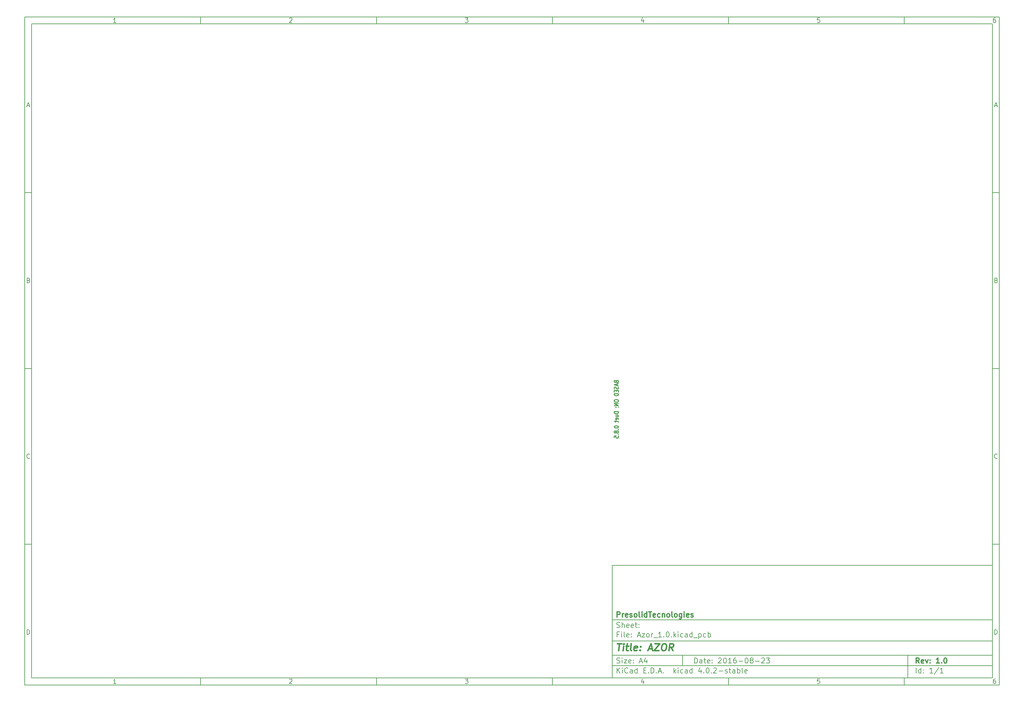
<source format=gbr>
G04 #@! TF.FileFunction,Legend,Bot*
%FSLAX46Y46*%
G04 Gerber Fmt 4.6, Leading zero omitted, Abs format (unit mm)*
G04 Created by KiCad (PCBNEW 4.0.2-stable) date 05/09/2016 12:27:47*
%MOMM*%
G01*
G04 APERTURE LIST*
%ADD10C,0.150000*%
%ADD11C,0.300000*%
%ADD12C,0.400000*%
%ADD13C,0.250000*%
G04 APERTURE END LIST*
D10*
X177002200Y-166007200D02*
X177002200Y-198007200D01*
X285002200Y-198007200D01*
X285002200Y-166007200D01*
X177002200Y-166007200D01*
X10000000Y-10000000D02*
X10000000Y-200007200D01*
X287002200Y-200007200D01*
X287002200Y-10000000D01*
X10000000Y-10000000D01*
X12000000Y-12000000D02*
X12000000Y-198007200D01*
X285002200Y-198007200D01*
X285002200Y-12000000D01*
X12000000Y-12000000D01*
X60000000Y-12000000D02*
X60000000Y-10000000D01*
X110000000Y-12000000D02*
X110000000Y-10000000D01*
X160000000Y-12000000D02*
X160000000Y-10000000D01*
X210000000Y-12000000D02*
X210000000Y-10000000D01*
X260000000Y-12000000D02*
X260000000Y-10000000D01*
X35990476Y-11588095D02*
X35247619Y-11588095D01*
X35619048Y-11588095D02*
X35619048Y-10288095D01*
X35495238Y-10473810D01*
X35371429Y-10597619D01*
X35247619Y-10659524D01*
X85247619Y-10411905D02*
X85309524Y-10350000D01*
X85433333Y-10288095D01*
X85742857Y-10288095D01*
X85866667Y-10350000D01*
X85928571Y-10411905D01*
X85990476Y-10535714D01*
X85990476Y-10659524D01*
X85928571Y-10845238D01*
X85185714Y-11588095D01*
X85990476Y-11588095D01*
X135185714Y-10288095D02*
X135990476Y-10288095D01*
X135557143Y-10783333D01*
X135742857Y-10783333D01*
X135866667Y-10845238D01*
X135928571Y-10907143D01*
X135990476Y-11030952D01*
X135990476Y-11340476D01*
X135928571Y-11464286D01*
X135866667Y-11526190D01*
X135742857Y-11588095D01*
X135371429Y-11588095D01*
X135247619Y-11526190D01*
X135185714Y-11464286D01*
X185866667Y-10721429D02*
X185866667Y-11588095D01*
X185557143Y-10226190D02*
X185247619Y-11154762D01*
X186052381Y-11154762D01*
X235928571Y-10288095D02*
X235309524Y-10288095D01*
X235247619Y-10907143D01*
X235309524Y-10845238D01*
X235433333Y-10783333D01*
X235742857Y-10783333D01*
X235866667Y-10845238D01*
X235928571Y-10907143D01*
X235990476Y-11030952D01*
X235990476Y-11340476D01*
X235928571Y-11464286D01*
X235866667Y-11526190D01*
X235742857Y-11588095D01*
X235433333Y-11588095D01*
X235309524Y-11526190D01*
X235247619Y-11464286D01*
X285866667Y-10288095D02*
X285619048Y-10288095D01*
X285495238Y-10350000D01*
X285433333Y-10411905D01*
X285309524Y-10597619D01*
X285247619Y-10845238D01*
X285247619Y-11340476D01*
X285309524Y-11464286D01*
X285371429Y-11526190D01*
X285495238Y-11588095D01*
X285742857Y-11588095D01*
X285866667Y-11526190D01*
X285928571Y-11464286D01*
X285990476Y-11340476D01*
X285990476Y-11030952D01*
X285928571Y-10907143D01*
X285866667Y-10845238D01*
X285742857Y-10783333D01*
X285495238Y-10783333D01*
X285371429Y-10845238D01*
X285309524Y-10907143D01*
X285247619Y-11030952D01*
X60000000Y-198007200D02*
X60000000Y-200007200D01*
X110000000Y-198007200D02*
X110000000Y-200007200D01*
X160000000Y-198007200D02*
X160000000Y-200007200D01*
X210000000Y-198007200D02*
X210000000Y-200007200D01*
X260000000Y-198007200D02*
X260000000Y-200007200D01*
X35990476Y-199595295D02*
X35247619Y-199595295D01*
X35619048Y-199595295D02*
X35619048Y-198295295D01*
X35495238Y-198481010D01*
X35371429Y-198604819D01*
X35247619Y-198666724D01*
X85247619Y-198419105D02*
X85309524Y-198357200D01*
X85433333Y-198295295D01*
X85742857Y-198295295D01*
X85866667Y-198357200D01*
X85928571Y-198419105D01*
X85990476Y-198542914D01*
X85990476Y-198666724D01*
X85928571Y-198852438D01*
X85185714Y-199595295D01*
X85990476Y-199595295D01*
X135185714Y-198295295D02*
X135990476Y-198295295D01*
X135557143Y-198790533D01*
X135742857Y-198790533D01*
X135866667Y-198852438D01*
X135928571Y-198914343D01*
X135990476Y-199038152D01*
X135990476Y-199347676D01*
X135928571Y-199471486D01*
X135866667Y-199533390D01*
X135742857Y-199595295D01*
X135371429Y-199595295D01*
X135247619Y-199533390D01*
X135185714Y-199471486D01*
X185866667Y-198728629D02*
X185866667Y-199595295D01*
X185557143Y-198233390D02*
X185247619Y-199161962D01*
X186052381Y-199161962D01*
X235928571Y-198295295D02*
X235309524Y-198295295D01*
X235247619Y-198914343D01*
X235309524Y-198852438D01*
X235433333Y-198790533D01*
X235742857Y-198790533D01*
X235866667Y-198852438D01*
X235928571Y-198914343D01*
X235990476Y-199038152D01*
X235990476Y-199347676D01*
X235928571Y-199471486D01*
X235866667Y-199533390D01*
X235742857Y-199595295D01*
X235433333Y-199595295D01*
X235309524Y-199533390D01*
X235247619Y-199471486D01*
X285866667Y-198295295D02*
X285619048Y-198295295D01*
X285495238Y-198357200D01*
X285433333Y-198419105D01*
X285309524Y-198604819D01*
X285247619Y-198852438D01*
X285247619Y-199347676D01*
X285309524Y-199471486D01*
X285371429Y-199533390D01*
X285495238Y-199595295D01*
X285742857Y-199595295D01*
X285866667Y-199533390D01*
X285928571Y-199471486D01*
X285990476Y-199347676D01*
X285990476Y-199038152D01*
X285928571Y-198914343D01*
X285866667Y-198852438D01*
X285742857Y-198790533D01*
X285495238Y-198790533D01*
X285371429Y-198852438D01*
X285309524Y-198914343D01*
X285247619Y-199038152D01*
X10000000Y-60000000D02*
X12000000Y-60000000D01*
X10000000Y-110000000D02*
X12000000Y-110000000D01*
X10000000Y-160000000D02*
X12000000Y-160000000D01*
X10690476Y-35216667D02*
X11309524Y-35216667D01*
X10566667Y-35588095D02*
X11000000Y-34288095D01*
X11433333Y-35588095D01*
X11092857Y-84907143D02*
X11278571Y-84969048D01*
X11340476Y-85030952D01*
X11402381Y-85154762D01*
X11402381Y-85340476D01*
X11340476Y-85464286D01*
X11278571Y-85526190D01*
X11154762Y-85588095D01*
X10659524Y-85588095D01*
X10659524Y-84288095D01*
X11092857Y-84288095D01*
X11216667Y-84350000D01*
X11278571Y-84411905D01*
X11340476Y-84535714D01*
X11340476Y-84659524D01*
X11278571Y-84783333D01*
X11216667Y-84845238D01*
X11092857Y-84907143D01*
X10659524Y-84907143D01*
X11402381Y-135464286D02*
X11340476Y-135526190D01*
X11154762Y-135588095D01*
X11030952Y-135588095D01*
X10845238Y-135526190D01*
X10721429Y-135402381D01*
X10659524Y-135278571D01*
X10597619Y-135030952D01*
X10597619Y-134845238D01*
X10659524Y-134597619D01*
X10721429Y-134473810D01*
X10845238Y-134350000D01*
X11030952Y-134288095D01*
X11154762Y-134288095D01*
X11340476Y-134350000D01*
X11402381Y-134411905D01*
X10659524Y-185588095D02*
X10659524Y-184288095D01*
X10969048Y-184288095D01*
X11154762Y-184350000D01*
X11278571Y-184473810D01*
X11340476Y-184597619D01*
X11402381Y-184845238D01*
X11402381Y-185030952D01*
X11340476Y-185278571D01*
X11278571Y-185402381D01*
X11154762Y-185526190D01*
X10969048Y-185588095D01*
X10659524Y-185588095D01*
X287002200Y-60000000D02*
X285002200Y-60000000D01*
X287002200Y-110000000D02*
X285002200Y-110000000D01*
X287002200Y-160000000D02*
X285002200Y-160000000D01*
X285692676Y-35216667D02*
X286311724Y-35216667D01*
X285568867Y-35588095D02*
X286002200Y-34288095D01*
X286435533Y-35588095D01*
X286095057Y-84907143D02*
X286280771Y-84969048D01*
X286342676Y-85030952D01*
X286404581Y-85154762D01*
X286404581Y-85340476D01*
X286342676Y-85464286D01*
X286280771Y-85526190D01*
X286156962Y-85588095D01*
X285661724Y-85588095D01*
X285661724Y-84288095D01*
X286095057Y-84288095D01*
X286218867Y-84350000D01*
X286280771Y-84411905D01*
X286342676Y-84535714D01*
X286342676Y-84659524D01*
X286280771Y-84783333D01*
X286218867Y-84845238D01*
X286095057Y-84907143D01*
X285661724Y-84907143D01*
X286404581Y-135464286D02*
X286342676Y-135526190D01*
X286156962Y-135588095D01*
X286033152Y-135588095D01*
X285847438Y-135526190D01*
X285723629Y-135402381D01*
X285661724Y-135278571D01*
X285599819Y-135030952D01*
X285599819Y-134845238D01*
X285661724Y-134597619D01*
X285723629Y-134473810D01*
X285847438Y-134350000D01*
X286033152Y-134288095D01*
X286156962Y-134288095D01*
X286342676Y-134350000D01*
X286404581Y-134411905D01*
X285661724Y-185588095D02*
X285661724Y-184288095D01*
X285971248Y-184288095D01*
X286156962Y-184350000D01*
X286280771Y-184473810D01*
X286342676Y-184597619D01*
X286404581Y-184845238D01*
X286404581Y-185030952D01*
X286342676Y-185278571D01*
X286280771Y-185402381D01*
X286156962Y-185526190D01*
X285971248Y-185588095D01*
X285661724Y-185588095D01*
X200359343Y-193785771D02*
X200359343Y-192285771D01*
X200716486Y-192285771D01*
X200930771Y-192357200D01*
X201073629Y-192500057D01*
X201145057Y-192642914D01*
X201216486Y-192928629D01*
X201216486Y-193142914D01*
X201145057Y-193428629D01*
X201073629Y-193571486D01*
X200930771Y-193714343D01*
X200716486Y-193785771D01*
X200359343Y-193785771D01*
X202502200Y-193785771D02*
X202502200Y-193000057D01*
X202430771Y-192857200D01*
X202287914Y-192785771D01*
X202002200Y-192785771D01*
X201859343Y-192857200D01*
X202502200Y-193714343D02*
X202359343Y-193785771D01*
X202002200Y-193785771D01*
X201859343Y-193714343D01*
X201787914Y-193571486D01*
X201787914Y-193428629D01*
X201859343Y-193285771D01*
X202002200Y-193214343D01*
X202359343Y-193214343D01*
X202502200Y-193142914D01*
X203002200Y-192785771D02*
X203573629Y-192785771D01*
X203216486Y-192285771D02*
X203216486Y-193571486D01*
X203287914Y-193714343D01*
X203430772Y-193785771D01*
X203573629Y-193785771D01*
X204645057Y-193714343D02*
X204502200Y-193785771D01*
X204216486Y-193785771D01*
X204073629Y-193714343D01*
X204002200Y-193571486D01*
X204002200Y-193000057D01*
X204073629Y-192857200D01*
X204216486Y-192785771D01*
X204502200Y-192785771D01*
X204645057Y-192857200D01*
X204716486Y-193000057D01*
X204716486Y-193142914D01*
X204002200Y-193285771D01*
X205359343Y-193642914D02*
X205430771Y-193714343D01*
X205359343Y-193785771D01*
X205287914Y-193714343D01*
X205359343Y-193642914D01*
X205359343Y-193785771D01*
X205359343Y-192857200D02*
X205430771Y-192928629D01*
X205359343Y-193000057D01*
X205287914Y-192928629D01*
X205359343Y-192857200D01*
X205359343Y-193000057D01*
X207145057Y-192428629D02*
X207216486Y-192357200D01*
X207359343Y-192285771D01*
X207716486Y-192285771D01*
X207859343Y-192357200D01*
X207930772Y-192428629D01*
X208002200Y-192571486D01*
X208002200Y-192714343D01*
X207930772Y-192928629D01*
X207073629Y-193785771D01*
X208002200Y-193785771D01*
X208930771Y-192285771D02*
X209073628Y-192285771D01*
X209216485Y-192357200D01*
X209287914Y-192428629D01*
X209359343Y-192571486D01*
X209430771Y-192857200D01*
X209430771Y-193214343D01*
X209359343Y-193500057D01*
X209287914Y-193642914D01*
X209216485Y-193714343D01*
X209073628Y-193785771D01*
X208930771Y-193785771D01*
X208787914Y-193714343D01*
X208716485Y-193642914D01*
X208645057Y-193500057D01*
X208573628Y-193214343D01*
X208573628Y-192857200D01*
X208645057Y-192571486D01*
X208716485Y-192428629D01*
X208787914Y-192357200D01*
X208930771Y-192285771D01*
X210859342Y-193785771D02*
X210002199Y-193785771D01*
X210430771Y-193785771D02*
X210430771Y-192285771D01*
X210287914Y-192500057D01*
X210145056Y-192642914D01*
X210002199Y-192714343D01*
X212145056Y-192285771D02*
X211859342Y-192285771D01*
X211716485Y-192357200D01*
X211645056Y-192428629D01*
X211502199Y-192642914D01*
X211430770Y-192928629D01*
X211430770Y-193500057D01*
X211502199Y-193642914D01*
X211573627Y-193714343D01*
X211716485Y-193785771D01*
X212002199Y-193785771D01*
X212145056Y-193714343D01*
X212216485Y-193642914D01*
X212287913Y-193500057D01*
X212287913Y-193142914D01*
X212216485Y-193000057D01*
X212145056Y-192928629D01*
X212002199Y-192857200D01*
X211716485Y-192857200D01*
X211573627Y-192928629D01*
X211502199Y-193000057D01*
X211430770Y-193142914D01*
X212930770Y-193214343D02*
X214073627Y-193214343D01*
X215073627Y-192285771D02*
X215216484Y-192285771D01*
X215359341Y-192357200D01*
X215430770Y-192428629D01*
X215502199Y-192571486D01*
X215573627Y-192857200D01*
X215573627Y-193214343D01*
X215502199Y-193500057D01*
X215430770Y-193642914D01*
X215359341Y-193714343D01*
X215216484Y-193785771D01*
X215073627Y-193785771D01*
X214930770Y-193714343D01*
X214859341Y-193642914D01*
X214787913Y-193500057D01*
X214716484Y-193214343D01*
X214716484Y-192857200D01*
X214787913Y-192571486D01*
X214859341Y-192428629D01*
X214930770Y-192357200D01*
X215073627Y-192285771D01*
X216430770Y-192928629D02*
X216287912Y-192857200D01*
X216216484Y-192785771D01*
X216145055Y-192642914D01*
X216145055Y-192571486D01*
X216216484Y-192428629D01*
X216287912Y-192357200D01*
X216430770Y-192285771D01*
X216716484Y-192285771D01*
X216859341Y-192357200D01*
X216930770Y-192428629D01*
X217002198Y-192571486D01*
X217002198Y-192642914D01*
X216930770Y-192785771D01*
X216859341Y-192857200D01*
X216716484Y-192928629D01*
X216430770Y-192928629D01*
X216287912Y-193000057D01*
X216216484Y-193071486D01*
X216145055Y-193214343D01*
X216145055Y-193500057D01*
X216216484Y-193642914D01*
X216287912Y-193714343D01*
X216430770Y-193785771D01*
X216716484Y-193785771D01*
X216859341Y-193714343D01*
X216930770Y-193642914D01*
X217002198Y-193500057D01*
X217002198Y-193214343D01*
X216930770Y-193071486D01*
X216859341Y-193000057D01*
X216716484Y-192928629D01*
X217645055Y-193214343D02*
X218787912Y-193214343D01*
X219430769Y-192428629D02*
X219502198Y-192357200D01*
X219645055Y-192285771D01*
X220002198Y-192285771D01*
X220145055Y-192357200D01*
X220216484Y-192428629D01*
X220287912Y-192571486D01*
X220287912Y-192714343D01*
X220216484Y-192928629D01*
X219359341Y-193785771D01*
X220287912Y-193785771D01*
X220787912Y-192285771D02*
X221716483Y-192285771D01*
X221216483Y-192857200D01*
X221430769Y-192857200D01*
X221573626Y-192928629D01*
X221645055Y-193000057D01*
X221716483Y-193142914D01*
X221716483Y-193500057D01*
X221645055Y-193642914D01*
X221573626Y-193714343D01*
X221430769Y-193785771D01*
X221002197Y-193785771D01*
X220859340Y-193714343D01*
X220787912Y-193642914D01*
X177002200Y-194507200D02*
X285002200Y-194507200D01*
X178359343Y-196585771D02*
X178359343Y-195085771D01*
X179216486Y-196585771D02*
X178573629Y-195728629D01*
X179216486Y-195085771D02*
X178359343Y-195942914D01*
X179859343Y-196585771D02*
X179859343Y-195585771D01*
X179859343Y-195085771D02*
X179787914Y-195157200D01*
X179859343Y-195228629D01*
X179930771Y-195157200D01*
X179859343Y-195085771D01*
X179859343Y-195228629D01*
X181430772Y-196442914D02*
X181359343Y-196514343D01*
X181145057Y-196585771D01*
X181002200Y-196585771D01*
X180787915Y-196514343D01*
X180645057Y-196371486D01*
X180573629Y-196228629D01*
X180502200Y-195942914D01*
X180502200Y-195728629D01*
X180573629Y-195442914D01*
X180645057Y-195300057D01*
X180787915Y-195157200D01*
X181002200Y-195085771D01*
X181145057Y-195085771D01*
X181359343Y-195157200D01*
X181430772Y-195228629D01*
X182716486Y-196585771D02*
X182716486Y-195800057D01*
X182645057Y-195657200D01*
X182502200Y-195585771D01*
X182216486Y-195585771D01*
X182073629Y-195657200D01*
X182716486Y-196514343D02*
X182573629Y-196585771D01*
X182216486Y-196585771D01*
X182073629Y-196514343D01*
X182002200Y-196371486D01*
X182002200Y-196228629D01*
X182073629Y-196085771D01*
X182216486Y-196014343D01*
X182573629Y-196014343D01*
X182716486Y-195942914D01*
X184073629Y-196585771D02*
X184073629Y-195085771D01*
X184073629Y-196514343D02*
X183930772Y-196585771D01*
X183645058Y-196585771D01*
X183502200Y-196514343D01*
X183430772Y-196442914D01*
X183359343Y-196300057D01*
X183359343Y-195871486D01*
X183430772Y-195728629D01*
X183502200Y-195657200D01*
X183645058Y-195585771D01*
X183930772Y-195585771D01*
X184073629Y-195657200D01*
X185930772Y-195800057D02*
X186430772Y-195800057D01*
X186645058Y-196585771D02*
X185930772Y-196585771D01*
X185930772Y-195085771D01*
X186645058Y-195085771D01*
X187287915Y-196442914D02*
X187359343Y-196514343D01*
X187287915Y-196585771D01*
X187216486Y-196514343D01*
X187287915Y-196442914D01*
X187287915Y-196585771D01*
X188002201Y-196585771D02*
X188002201Y-195085771D01*
X188359344Y-195085771D01*
X188573629Y-195157200D01*
X188716487Y-195300057D01*
X188787915Y-195442914D01*
X188859344Y-195728629D01*
X188859344Y-195942914D01*
X188787915Y-196228629D01*
X188716487Y-196371486D01*
X188573629Y-196514343D01*
X188359344Y-196585771D01*
X188002201Y-196585771D01*
X189502201Y-196442914D02*
X189573629Y-196514343D01*
X189502201Y-196585771D01*
X189430772Y-196514343D01*
X189502201Y-196442914D01*
X189502201Y-196585771D01*
X190145058Y-196157200D02*
X190859344Y-196157200D01*
X190002201Y-196585771D02*
X190502201Y-195085771D01*
X191002201Y-196585771D01*
X191502201Y-196442914D02*
X191573629Y-196514343D01*
X191502201Y-196585771D01*
X191430772Y-196514343D01*
X191502201Y-196442914D01*
X191502201Y-196585771D01*
X194502201Y-196585771D02*
X194502201Y-195085771D01*
X194645058Y-196014343D02*
X195073629Y-196585771D01*
X195073629Y-195585771D02*
X194502201Y-196157200D01*
X195716487Y-196585771D02*
X195716487Y-195585771D01*
X195716487Y-195085771D02*
X195645058Y-195157200D01*
X195716487Y-195228629D01*
X195787915Y-195157200D01*
X195716487Y-195085771D01*
X195716487Y-195228629D01*
X197073630Y-196514343D02*
X196930773Y-196585771D01*
X196645059Y-196585771D01*
X196502201Y-196514343D01*
X196430773Y-196442914D01*
X196359344Y-196300057D01*
X196359344Y-195871486D01*
X196430773Y-195728629D01*
X196502201Y-195657200D01*
X196645059Y-195585771D01*
X196930773Y-195585771D01*
X197073630Y-195657200D01*
X198359344Y-196585771D02*
X198359344Y-195800057D01*
X198287915Y-195657200D01*
X198145058Y-195585771D01*
X197859344Y-195585771D01*
X197716487Y-195657200D01*
X198359344Y-196514343D02*
X198216487Y-196585771D01*
X197859344Y-196585771D01*
X197716487Y-196514343D01*
X197645058Y-196371486D01*
X197645058Y-196228629D01*
X197716487Y-196085771D01*
X197859344Y-196014343D01*
X198216487Y-196014343D01*
X198359344Y-195942914D01*
X199716487Y-196585771D02*
X199716487Y-195085771D01*
X199716487Y-196514343D02*
X199573630Y-196585771D01*
X199287916Y-196585771D01*
X199145058Y-196514343D01*
X199073630Y-196442914D01*
X199002201Y-196300057D01*
X199002201Y-195871486D01*
X199073630Y-195728629D01*
X199145058Y-195657200D01*
X199287916Y-195585771D01*
X199573630Y-195585771D01*
X199716487Y-195657200D01*
X202216487Y-195585771D02*
X202216487Y-196585771D01*
X201859344Y-195014343D02*
X201502201Y-196085771D01*
X202430773Y-196085771D01*
X203002201Y-196442914D02*
X203073629Y-196514343D01*
X203002201Y-196585771D01*
X202930772Y-196514343D01*
X203002201Y-196442914D01*
X203002201Y-196585771D01*
X204002201Y-195085771D02*
X204145058Y-195085771D01*
X204287915Y-195157200D01*
X204359344Y-195228629D01*
X204430773Y-195371486D01*
X204502201Y-195657200D01*
X204502201Y-196014343D01*
X204430773Y-196300057D01*
X204359344Y-196442914D01*
X204287915Y-196514343D01*
X204145058Y-196585771D01*
X204002201Y-196585771D01*
X203859344Y-196514343D01*
X203787915Y-196442914D01*
X203716487Y-196300057D01*
X203645058Y-196014343D01*
X203645058Y-195657200D01*
X203716487Y-195371486D01*
X203787915Y-195228629D01*
X203859344Y-195157200D01*
X204002201Y-195085771D01*
X205145058Y-196442914D02*
X205216486Y-196514343D01*
X205145058Y-196585771D01*
X205073629Y-196514343D01*
X205145058Y-196442914D01*
X205145058Y-196585771D01*
X205787915Y-195228629D02*
X205859344Y-195157200D01*
X206002201Y-195085771D01*
X206359344Y-195085771D01*
X206502201Y-195157200D01*
X206573630Y-195228629D01*
X206645058Y-195371486D01*
X206645058Y-195514343D01*
X206573630Y-195728629D01*
X205716487Y-196585771D01*
X206645058Y-196585771D01*
X207287915Y-196014343D02*
X208430772Y-196014343D01*
X209073629Y-196514343D02*
X209216486Y-196585771D01*
X209502201Y-196585771D01*
X209645058Y-196514343D01*
X209716486Y-196371486D01*
X209716486Y-196300057D01*
X209645058Y-196157200D01*
X209502201Y-196085771D01*
X209287915Y-196085771D01*
X209145058Y-196014343D01*
X209073629Y-195871486D01*
X209073629Y-195800057D01*
X209145058Y-195657200D01*
X209287915Y-195585771D01*
X209502201Y-195585771D01*
X209645058Y-195657200D01*
X210145058Y-195585771D02*
X210716487Y-195585771D01*
X210359344Y-195085771D02*
X210359344Y-196371486D01*
X210430772Y-196514343D01*
X210573630Y-196585771D01*
X210716487Y-196585771D01*
X211859344Y-196585771D02*
X211859344Y-195800057D01*
X211787915Y-195657200D01*
X211645058Y-195585771D01*
X211359344Y-195585771D01*
X211216487Y-195657200D01*
X211859344Y-196514343D02*
X211716487Y-196585771D01*
X211359344Y-196585771D01*
X211216487Y-196514343D01*
X211145058Y-196371486D01*
X211145058Y-196228629D01*
X211216487Y-196085771D01*
X211359344Y-196014343D01*
X211716487Y-196014343D01*
X211859344Y-195942914D01*
X212573630Y-196585771D02*
X212573630Y-195085771D01*
X212573630Y-195657200D02*
X212716487Y-195585771D01*
X213002201Y-195585771D01*
X213145058Y-195657200D01*
X213216487Y-195728629D01*
X213287916Y-195871486D01*
X213287916Y-196300057D01*
X213216487Y-196442914D01*
X213145058Y-196514343D01*
X213002201Y-196585771D01*
X212716487Y-196585771D01*
X212573630Y-196514343D01*
X214145059Y-196585771D02*
X214002201Y-196514343D01*
X213930773Y-196371486D01*
X213930773Y-195085771D01*
X215287915Y-196514343D02*
X215145058Y-196585771D01*
X214859344Y-196585771D01*
X214716487Y-196514343D01*
X214645058Y-196371486D01*
X214645058Y-195800057D01*
X214716487Y-195657200D01*
X214859344Y-195585771D01*
X215145058Y-195585771D01*
X215287915Y-195657200D01*
X215359344Y-195800057D01*
X215359344Y-195942914D01*
X214645058Y-196085771D01*
X177002200Y-191507200D02*
X285002200Y-191507200D01*
D11*
X264216486Y-193785771D02*
X263716486Y-193071486D01*
X263359343Y-193785771D02*
X263359343Y-192285771D01*
X263930771Y-192285771D01*
X264073629Y-192357200D01*
X264145057Y-192428629D01*
X264216486Y-192571486D01*
X264216486Y-192785771D01*
X264145057Y-192928629D01*
X264073629Y-193000057D01*
X263930771Y-193071486D01*
X263359343Y-193071486D01*
X265430771Y-193714343D02*
X265287914Y-193785771D01*
X265002200Y-193785771D01*
X264859343Y-193714343D01*
X264787914Y-193571486D01*
X264787914Y-193000057D01*
X264859343Y-192857200D01*
X265002200Y-192785771D01*
X265287914Y-192785771D01*
X265430771Y-192857200D01*
X265502200Y-193000057D01*
X265502200Y-193142914D01*
X264787914Y-193285771D01*
X266002200Y-192785771D02*
X266359343Y-193785771D01*
X266716485Y-192785771D01*
X267287914Y-193642914D02*
X267359342Y-193714343D01*
X267287914Y-193785771D01*
X267216485Y-193714343D01*
X267287914Y-193642914D01*
X267287914Y-193785771D01*
X267287914Y-192857200D02*
X267359342Y-192928629D01*
X267287914Y-193000057D01*
X267216485Y-192928629D01*
X267287914Y-192857200D01*
X267287914Y-193000057D01*
X269930771Y-193785771D02*
X269073628Y-193785771D01*
X269502200Y-193785771D02*
X269502200Y-192285771D01*
X269359343Y-192500057D01*
X269216485Y-192642914D01*
X269073628Y-192714343D01*
X270573628Y-193642914D02*
X270645056Y-193714343D01*
X270573628Y-193785771D01*
X270502199Y-193714343D01*
X270573628Y-193642914D01*
X270573628Y-193785771D01*
X271573628Y-192285771D02*
X271716485Y-192285771D01*
X271859342Y-192357200D01*
X271930771Y-192428629D01*
X272002200Y-192571486D01*
X272073628Y-192857200D01*
X272073628Y-193214343D01*
X272002200Y-193500057D01*
X271930771Y-193642914D01*
X271859342Y-193714343D01*
X271716485Y-193785771D01*
X271573628Y-193785771D01*
X271430771Y-193714343D01*
X271359342Y-193642914D01*
X271287914Y-193500057D01*
X271216485Y-193214343D01*
X271216485Y-192857200D01*
X271287914Y-192571486D01*
X271359342Y-192428629D01*
X271430771Y-192357200D01*
X271573628Y-192285771D01*
D10*
X178287914Y-193714343D02*
X178502200Y-193785771D01*
X178859343Y-193785771D01*
X179002200Y-193714343D01*
X179073629Y-193642914D01*
X179145057Y-193500057D01*
X179145057Y-193357200D01*
X179073629Y-193214343D01*
X179002200Y-193142914D01*
X178859343Y-193071486D01*
X178573629Y-193000057D01*
X178430771Y-192928629D01*
X178359343Y-192857200D01*
X178287914Y-192714343D01*
X178287914Y-192571486D01*
X178359343Y-192428629D01*
X178430771Y-192357200D01*
X178573629Y-192285771D01*
X178930771Y-192285771D01*
X179145057Y-192357200D01*
X179787914Y-193785771D02*
X179787914Y-192785771D01*
X179787914Y-192285771D02*
X179716485Y-192357200D01*
X179787914Y-192428629D01*
X179859342Y-192357200D01*
X179787914Y-192285771D01*
X179787914Y-192428629D01*
X180359343Y-192785771D02*
X181145057Y-192785771D01*
X180359343Y-193785771D01*
X181145057Y-193785771D01*
X182287914Y-193714343D02*
X182145057Y-193785771D01*
X181859343Y-193785771D01*
X181716486Y-193714343D01*
X181645057Y-193571486D01*
X181645057Y-193000057D01*
X181716486Y-192857200D01*
X181859343Y-192785771D01*
X182145057Y-192785771D01*
X182287914Y-192857200D01*
X182359343Y-193000057D01*
X182359343Y-193142914D01*
X181645057Y-193285771D01*
X183002200Y-193642914D02*
X183073628Y-193714343D01*
X183002200Y-193785771D01*
X182930771Y-193714343D01*
X183002200Y-193642914D01*
X183002200Y-193785771D01*
X183002200Y-192857200D02*
X183073628Y-192928629D01*
X183002200Y-193000057D01*
X182930771Y-192928629D01*
X183002200Y-192857200D01*
X183002200Y-193000057D01*
X184787914Y-193357200D02*
X185502200Y-193357200D01*
X184645057Y-193785771D02*
X185145057Y-192285771D01*
X185645057Y-193785771D01*
X186787914Y-192785771D02*
X186787914Y-193785771D01*
X186430771Y-192214343D02*
X186073628Y-193285771D01*
X187002200Y-193285771D01*
X263359343Y-196585771D02*
X263359343Y-195085771D01*
X264716486Y-196585771D02*
X264716486Y-195085771D01*
X264716486Y-196514343D02*
X264573629Y-196585771D01*
X264287915Y-196585771D01*
X264145057Y-196514343D01*
X264073629Y-196442914D01*
X264002200Y-196300057D01*
X264002200Y-195871486D01*
X264073629Y-195728629D01*
X264145057Y-195657200D01*
X264287915Y-195585771D01*
X264573629Y-195585771D01*
X264716486Y-195657200D01*
X265430772Y-196442914D02*
X265502200Y-196514343D01*
X265430772Y-196585771D01*
X265359343Y-196514343D01*
X265430772Y-196442914D01*
X265430772Y-196585771D01*
X265430772Y-195657200D02*
X265502200Y-195728629D01*
X265430772Y-195800057D01*
X265359343Y-195728629D01*
X265430772Y-195657200D01*
X265430772Y-195800057D01*
X268073629Y-196585771D02*
X267216486Y-196585771D01*
X267645058Y-196585771D02*
X267645058Y-195085771D01*
X267502201Y-195300057D01*
X267359343Y-195442914D01*
X267216486Y-195514343D01*
X269787914Y-195014343D02*
X268502200Y-196942914D01*
X271073629Y-196585771D02*
X270216486Y-196585771D01*
X270645058Y-196585771D02*
X270645058Y-195085771D01*
X270502201Y-195300057D01*
X270359343Y-195442914D01*
X270216486Y-195514343D01*
X177002200Y-187507200D02*
X285002200Y-187507200D01*
D12*
X178454581Y-188211962D02*
X179597438Y-188211962D01*
X178776010Y-190211962D02*
X179026010Y-188211962D01*
X180014105Y-190211962D02*
X180180771Y-188878629D01*
X180264105Y-188211962D02*
X180156962Y-188307200D01*
X180240295Y-188402438D01*
X180347439Y-188307200D01*
X180264105Y-188211962D01*
X180240295Y-188402438D01*
X180847438Y-188878629D02*
X181609343Y-188878629D01*
X181216486Y-188211962D02*
X181002200Y-189926248D01*
X181073630Y-190116724D01*
X181252201Y-190211962D01*
X181442677Y-190211962D01*
X182395058Y-190211962D02*
X182216487Y-190116724D01*
X182145057Y-189926248D01*
X182359343Y-188211962D01*
X183930772Y-190116724D02*
X183728391Y-190211962D01*
X183347439Y-190211962D01*
X183168867Y-190116724D01*
X183097438Y-189926248D01*
X183192676Y-189164343D01*
X183311724Y-188973867D01*
X183514105Y-188878629D01*
X183895057Y-188878629D01*
X184073629Y-188973867D01*
X184145057Y-189164343D01*
X184121248Y-189354819D01*
X183145057Y-189545295D01*
X184895057Y-190021486D02*
X184978392Y-190116724D01*
X184871248Y-190211962D01*
X184787915Y-190116724D01*
X184895057Y-190021486D01*
X184871248Y-190211962D01*
X185026010Y-188973867D02*
X185109344Y-189069105D01*
X185002200Y-189164343D01*
X184918867Y-189069105D01*
X185026010Y-188973867D01*
X185002200Y-189164343D01*
X187323629Y-189640533D02*
X188276010Y-189640533D01*
X187061725Y-190211962D02*
X187978392Y-188211962D01*
X188395059Y-190211962D01*
X189121249Y-188211962D02*
X190454583Y-188211962D01*
X188871249Y-190211962D01*
X190204583Y-190211962D01*
X191597440Y-188211962D02*
X191978392Y-188211962D01*
X192156963Y-188307200D01*
X192323631Y-188497676D01*
X192371249Y-188878629D01*
X192287916Y-189545295D01*
X192145059Y-189926248D01*
X191930773Y-190116724D01*
X191728392Y-190211962D01*
X191347440Y-190211962D01*
X191168869Y-190116724D01*
X191002201Y-189926248D01*
X190954582Y-189545295D01*
X191037915Y-188878629D01*
X191180773Y-188497676D01*
X191395059Y-188307200D01*
X191597440Y-188211962D01*
X194204583Y-190211962D02*
X193656963Y-189259581D01*
X193061725Y-190211962D02*
X193311725Y-188211962D01*
X194073630Y-188211962D01*
X194252201Y-188307200D01*
X194335535Y-188402438D01*
X194406964Y-188592914D01*
X194371249Y-188878629D01*
X194252202Y-189069105D01*
X194145058Y-189164343D01*
X193942677Y-189259581D01*
X193180772Y-189259581D01*
D10*
X178859343Y-185600057D02*
X178359343Y-185600057D01*
X178359343Y-186385771D02*
X178359343Y-184885771D01*
X179073629Y-184885771D01*
X179645057Y-186385771D02*
X179645057Y-185385771D01*
X179645057Y-184885771D02*
X179573628Y-184957200D01*
X179645057Y-185028629D01*
X179716485Y-184957200D01*
X179645057Y-184885771D01*
X179645057Y-185028629D01*
X180573629Y-186385771D02*
X180430771Y-186314343D01*
X180359343Y-186171486D01*
X180359343Y-184885771D01*
X181716485Y-186314343D02*
X181573628Y-186385771D01*
X181287914Y-186385771D01*
X181145057Y-186314343D01*
X181073628Y-186171486D01*
X181073628Y-185600057D01*
X181145057Y-185457200D01*
X181287914Y-185385771D01*
X181573628Y-185385771D01*
X181716485Y-185457200D01*
X181787914Y-185600057D01*
X181787914Y-185742914D01*
X181073628Y-185885771D01*
X182430771Y-186242914D02*
X182502199Y-186314343D01*
X182430771Y-186385771D01*
X182359342Y-186314343D01*
X182430771Y-186242914D01*
X182430771Y-186385771D01*
X182430771Y-185457200D02*
X182502199Y-185528629D01*
X182430771Y-185600057D01*
X182359342Y-185528629D01*
X182430771Y-185457200D01*
X182430771Y-185600057D01*
X184216485Y-185957200D02*
X184930771Y-185957200D01*
X184073628Y-186385771D02*
X184573628Y-184885771D01*
X185073628Y-186385771D01*
X185430771Y-185385771D02*
X186216485Y-185385771D01*
X185430771Y-186385771D01*
X186216485Y-186385771D01*
X187002200Y-186385771D02*
X186859342Y-186314343D01*
X186787914Y-186242914D01*
X186716485Y-186100057D01*
X186716485Y-185671486D01*
X186787914Y-185528629D01*
X186859342Y-185457200D01*
X187002200Y-185385771D01*
X187216485Y-185385771D01*
X187359342Y-185457200D01*
X187430771Y-185528629D01*
X187502200Y-185671486D01*
X187502200Y-186100057D01*
X187430771Y-186242914D01*
X187359342Y-186314343D01*
X187216485Y-186385771D01*
X187002200Y-186385771D01*
X188145057Y-186385771D02*
X188145057Y-185385771D01*
X188145057Y-185671486D02*
X188216485Y-185528629D01*
X188287914Y-185457200D01*
X188430771Y-185385771D01*
X188573628Y-185385771D01*
X188716485Y-186528629D02*
X189859342Y-186528629D01*
X191002199Y-186385771D02*
X190145056Y-186385771D01*
X190573628Y-186385771D02*
X190573628Y-184885771D01*
X190430771Y-185100057D01*
X190287913Y-185242914D01*
X190145056Y-185314343D01*
X191645056Y-186242914D02*
X191716484Y-186314343D01*
X191645056Y-186385771D01*
X191573627Y-186314343D01*
X191645056Y-186242914D01*
X191645056Y-186385771D01*
X192645056Y-184885771D02*
X192787913Y-184885771D01*
X192930770Y-184957200D01*
X193002199Y-185028629D01*
X193073628Y-185171486D01*
X193145056Y-185457200D01*
X193145056Y-185814343D01*
X193073628Y-186100057D01*
X193002199Y-186242914D01*
X192930770Y-186314343D01*
X192787913Y-186385771D01*
X192645056Y-186385771D01*
X192502199Y-186314343D01*
X192430770Y-186242914D01*
X192359342Y-186100057D01*
X192287913Y-185814343D01*
X192287913Y-185457200D01*
X192359342Y-185171486D01*
X192430770Y-185028629D01*
X192502199Y-184957200D01*
X192645056Y-184885771D01*
X193787913Y-186242914D02*
X193859341Y-186314343D01*
X193787913Y-186385771D01*
X193716484Y-186314343D01*
X193787913Y-186242914D01*
X193787913Y-186385771D01*
X194502199Y-186385771D02*
X194502199Y-184885771D01*
X194645056Y-185814343D02*
X195073627Y-186385771D01*
X195073627Y-185385771D02*
X194502199Y-185957200D01*
X195716485Y-186385771D02*
X195716485Y-185385771D01*
X195716485Y-184885771D02*
X195645056Y-184957200D01*
X195716485Y-185028629D01*
X195787913Y-184957200D01*
X195716485Y-184885771D01*
X195716485Y-185028629D01*
X197073628Y-186314343D02*
X196930771Y-186385771D01*
X196645057Y-186385771D01*
X196502199Y-186314343D01*
X196430771Y-186242914D01*
X196359342Y-186100057D01*
X196359342Y-185671486D01*
X196430771Y-185528629D01*
X196502199Y-185457200D01*
X196645057Y-185385771D01*
X196930771Y-185385771D01*
X197073628Y-185457200D01*
X198359342Y-186385771D02*
X198359342Y-185600057D01*
X198287913Y-185457200D01*
X198145056Y-185385771D01*
X197859342Y-185385771D01*
X197716485Y-185457200D01*
X198359342Y-186314343D02*
X198216485Y-186385771D01*
X197859342Y-186385771D01*
X197716485Y-186314343D01*
X197645056Y-186171486D01*
X197645056Y-186028629D01*
X197716485Y-185885771D01*
X197859342Y-185814343D01*
X198216485Y-185814343D01*
X198359342Y-185742914D01*
X199716485Y-186385771D02*
X199716485Y-184885771D01*
X199716485Y-186314343D02*
X199573628Y-186385771D01*
X199287914Y-186385771D01*
X199145056Y-186314343D01*
X199073628Y-186242914D01*
X199002199Y-186100057D01*
X199002199Y-185671486D01*
X199073628Y-185528629D01*
X199145056Y-185457200D01*
X199287914Y-185385771D01*
X199573628Y-185385771D01*
X199716485Y-185457200D01*
X200073628Y-186528629D02*
X201216485Y-186528629D01*
X201573628Y-185385771D02*
X201573628Y-186885771D01*
X201573628Y-185457200D02*
X201716485Y-185385771D01*
X202002199Y-185385771D01*
X202145056Y-185457200D01*
X202216485Y-185528629D01*
X202287914Y-185671486D01*
X202287914Y-186100057D01*
X202216485Y-186242914D01*
X202145056Y-186314343D01*
X202002199Y-186385771D01*
X201716485Y-186385771D01*
X201573628Y-186314343D01*
X203573628Y-186314343D02*
X203430771Y-186385771D01*
X203145057Y-186385771D01*
X203002199Y-186314343D01*
X202930771Y-186242914D01*
X202859342Y-186100057D01*
X202859342Y-185671486D01*
X202930771Y-185528629D01*
X203002199Y-185457200D01*
X203145057Y-185385771D01*
X203430771Y-185385771D01*
X203573628Y-185457200D01*
X204216485Y-186385771D02*
X204216485Y-184885771D01*
X204216485Y-185457200D02*
X204359342Y-185385771D01*
X204645056Y-185385771D01*
X204787913Y-185457200D01*
X204859342Y-185528629D01*
X204930771Y-185671486D01*
X204930771Y-186100057D01*
X204859342Y-186242914D01*
X204787913Y-186314343D01*
X204645056Y-186385771D01*
X204359342Y-186385771D01*
X204216485Y-186314343D01*
X177002200Y-181507200D02*
X285002200Y-181507200D01*
X178287914Y-183614343D02*
X178502200Y-183685771D01*
X178859343Y-183685771D01*
X179002200Y-183614343D01*
X179073629Y-183542914D01*
X179145057Y-183400057D01*
X179145057Y-183257200D01*
X179073629Y-183114343D01*
X179002200Y-183042914D01*
X178859343Y-182971486D01*
X178573629Y-182900057D01*
X178430771Y-182828629D01*
X178359343Y-182757200D01*
X178287914Y-182614343D01*
X178287914Y-182471486D01*
X178359343Y-182328629D01*
X178430771Y-182257200D01*
X178573629Y-182185771D01*
X178930771Y-182185771D01*
X179145057Y-182257200D01*
X179787914Y-183685771D02*
X179787914Y-182185771D01*
X180430771Y-183685771D02*
X180430771Y-182900057D01*
X180359342Y-182757200D01*
X180216485Y-182685771D01*
X180002200Y-182685771D01*
X179859342Y-182757200D01*
X179787914Y-182828629D01*
X181716485Y-183614343D02*
X181573628Y-183685771D01*
X181287914Y-183685771D01*
X181145057Y-183614343D01*
X181073628Y-183471486D01*
X181073628Y-182900057D01*
X181145057Y-182757200D01*
X181287914Y-182685771D01*
X181573628Y-182685771D01*
X181716485Y-182757200D01*
X181787914Y-182900057D01*
X181787914Y-183042914D01*
X181073628Y-183185771D01*
X183002199Y-183614343D02*
X182859342Y-183685771D01*
X182573628Y-183685771D01*
X182430771Y-183614343D01*
X182359342Y-183471486D01*
X182359342Y-182900057D01*
X182430771Y-182757200D01*
X182573628Y-182685771D01*
X182859342Y-182685771D01*
X183002199Y-182757200D01*
X183073628Y-182900057D01*
X183073628Y-183042914D01*
X182359342Y-183185771D01*
X183502199Y-182685771D02*
X184073628Y-182685771D01*
X183716485Y-182185771D02*
X183716485Y-183471486D01*
X183787913Y-183614343D01*
X183930771Y-183685771D01*
X184073628Y-183685771D01*
X184573628Y-183542914D02*
X184645056Y-183614343D01*
X184573628Y-183685771D01*
X184502199Y-183614343D01*
X184573628Y-183542914D01*
X184573628Y-183685771D01*
X184573628Y-182757200D02*
X184645056Y-182828629D01*
X184573628Y-182900057D01*
X184502199Y-182828629D01*
X184573628Y-182757200D01*
X184573628Y-182900057D01*
D11*
X178359343Y-180685771D02*
X178359343Y-179185771D01*
X178930771Y-179185771D01*
X179073629Y-179257200D01*
X179145057Y-179328629D01*
X179216486Y-179471486D01*
X179216486Y-179685771D01*
X179145057Y-179828629D01*
X179073629Y-179900057D01*
X178930771Y-179971486D01*
X178359343Y-179971486D01*
X179859343Y-180685771D02*
X179859343Y-179685771D01*
X179859343Y-179971486D02*
X179930771Y-179828629D01*
X180002200Y-179757200D01*
X180145057Y-179685771D01*
X180287914Y-179685771D01*
X181359342Y-180614343D02*
X181216485Y-180685771D01*
X180930771Y-180685771D01*
X180787914Y-180614343D01*
X180716485Y-180471486D01*
X180716485Y-179900057D01*
X180787914Y-179757200D01*
X180930771Y-179685771D01*
X181216485Y-179685771D01*
X181359342Y-179757200D01*
X181430771Y-179900057D01*
X181430771Y-180042914D01*
X180716485Y-180185771D01*
X182002199Y-180614343D02*
X182145056Y-180685771D01*
X182430771Y-180685771D01*
X182573628Y-180614343D01*
X182645056Y-180471486D01*
X182645056Y-180400057D01*
X182573628Y-180257200D01*
X182430771Y-180185771D01*
X182216485Y-180185771D01*
X182073628Y-180114343D01*
X182002199Y-179971486D01*
X182002199Y-179900057D01*
X182073628Y-179757200D01*
X182216485Y-179685771D01*
X182430771Y-179685771D01*
X182573628Y-179757200D01*
X183502200Y-180685771D02*
X183359342Y-180614343D01*
X183287914Y-180542914D01*
X183216485Y-180400057D01*
X183216485Y-179971486D01*
X183287914Y-179828629D01*
X183359342Y-179757200D01*
X183502200Y-179685771D01*
X183716485Y-179685771D01*
X183859342Y-179757200D01*
X183930771Y-179828629D01*
X184002200Y-179971486D01*
X184002200Y-180400057D01*
X183930771Y-180542914D01*
X183859342Y-180614343D01*
X183716485Y-180685771D01*
X183502200Y-180685771D01*
X184859343Y-180685771D02*
X184716485Y-180614343D01*
X184645057Y-180471486D01*
X184645057Y-179185771D01*
X185430771Y-180685771D02*
X185430771Y-179685771D01*
X185430771Y-179185771D02*
X185359342Y-179257200D01*
X185430771Y-179328629D01*
X185502199Y-179257200D01*
X185430771Y-179185771D01*
X185430771Y-179328629D01*
X186787914Y-180685771D02*
X186787914Y-179185771D01*
X186787914Y-180614343D02*
X186645057Y-180685771D01*
X186359343Y-180685771D01*
X186216485Y-180614343D01*
X186145057Y-180542914D01*
X186073628Y-180400057D01*
X186073628Y-179971486D01*
X186145057Y-179828629D01*
X186216485Y-179757200D01*
X186359343Y-179685771D01*
X186645057Y-179685771D01*
X186787914Y-179757200D01*
X187287914Y-179185771D02*
X188145057Y-179185771D01*
X187716486Y-180685771D02*
X187716486Y-179185771D01*
X189216485Y-180614343D02*
X189073628Y-180685771D01*
X188787914Y-180685771D01*
X188645057Y-180614343D01*
X188573628Y-180471486D01*
X188573628Y-179900057D01*
X188645057Y-179757200D01*
X188787914Y-179685771D01*
X189073628Y-179685771D01*
X189216485Y-179757200D01*
X189287914Y-179900057D01*
X189287914Y-180042914D01*
X188573628Y-180185771D01*
X190573628Y-180614343D02*
X190430771Y-180685771D01*
X190145057Y-180685771D01*
X190002199Y-180614343D01*
X189930771Y-180542914D01*
X189859342Y-180400057D01*
X189859342Y-179971486D01*
X189930771Y-179828629D01*
X190002199Y-179757200D01*
X190145057Y-179685771D01*
X190430771Y-179685771D01*
X190573628Y-179757200D01*
X191216485Y-179685771D02*
X191216485Y-180685771D01*
X191216485Y-179828629D02*
X191287913Y-179757200D01*
X191430771Y-179685771D01*
X191645056Y-179685771D01*
X191787913Y-179757200D01*
X191859342Y-179900057D01*
X191859342Y-180685771D01*
X192787914Y-180685771D02*
X192645056Y-180614343D01*
X192573628Y-180542914D01*
X192502199Y-180400057D01*
X192502199Y-179971486D01*
X192573628Y-179828629D01*
X192645056Y-179757200D01*
X192787914Y-179685771D01*
X193002199Y-179685771D01*
X193145056Y-179757200D01*
X193216485Y-179828629D01*
X193287914Y-179971486D01*
X193287914Y-180400057D01*
X193216485Y-180542914D01*
X193145056Y-180614343D01*
X193002199Y-180685771D01*
X192787914Y-180685771D01*
X194145057Y-180685771D02*
X194002199Y-180614343D01*
X193930771Y-180471486D01*
X193930771Y-179185771D01*
X194930771Y-180685771D02*
X194787913Y-180614343D01*
X194716485Y-180542914D01*
X194645056Y-180400057D01*
X194645056Y-179971486D01*
X194716485Y-179828629D01*
X194787913Y-179757200D01*
X194930771Y-179685771D01*
X195145056Y-179685771D01*
X195287913Y-179757200D01*
X195359342Y-179828629D01*
X195430771Y-179971486D01*
X195430771Y-180400057D01*
X195359342Y-180542914D01*
X195287913Y-180614343D01*
X195145056Y-180685771D01*
X194930771Y-180685771D01*
X196716485Y-179685771D02*
X196716485Y-180900057D01*
X196645056Y-181042914D01*
X196573628Y-181114343D01*
X196430771Y-181185771D01*
X196216485Y-181185771D01*
X196073628Y-181114343D01*
X196716485Y-180614343D02*
X196573628Y-180685771D01*
X196287914Y-180685771D01*
X196145056Y-180614343D01*
X196073628Y-180542914D01*
X196002199Y-180400057D01*
X196002199Y-179971486D01*
X196073628Y-179828629D01*
X196145056Y-179757200D01*
X196287914Y-179685771D01*
X196573628Y-179685771D01*
X196716485Y-179757200D01*
X197430771Y-180685771D02*
X197430771Y-179685771D01*
X197430771Y-179185771D02*
X197359342Y-179257200D01*
X197430771Y-179328629D01*
X197502199Y-179257200D01*
X197430771Y-179185771D01*
X197430771Y-179328629D01*
X198716485Y-180614343D02*
X198573628Y-180685771D01*
X198287914Y-180685771D01*
X198145057Y-180614343D01*
X198073628Y-180471486D01*
X198073628Y-179900057D01*
X198145057Y-179757200D01*
X198287914Y-179685771D01*
X198573628Y-179685771D01*
X198716485Y-179757200D01*
X198787914Y-179900057D01*
X198787914Y-180042914D01*
X198073628Y-180185771D01*
X199359342Y-180614343D02*
X199502199Y-180685771D01*
X199787914Y-180685771D01*
X199930771Y-180614343D01*
X200002199Y-180471486D01*
X200002199Y-180400057D01*
X199930771Y-180257200D01*
X199787914Y-180185771D01*
X199573628Y-180185771D01*
X199430771Y-180114343D01*
X199359342Y-179971486D01*
X199359342Y-179900057D01*
X199430771Y-179757200D01*
X199573628Y-179685771D01*
X199787914Y-179685771D01*
X199930771Y-179757200D01*
D10*
X197002200Y-191507200D02*
X197002200Y-194507200D01*
X261002200Y-191507200D02*
X261002200Y-198007200D01*
D13*
X178071429Y-113754286D02*
X178130476Y-113897143D01*
X178189524Y-113944762D01*
X178307619Y-113992381D01*
X178484762Y-113992381D01*
X178602857Y-113944762D01*
X178661905Y-113897143D01*
X178720952Y-113801905D01*
X178720952Y-113420952D01*
X177480952Y-113420952D01*
X177480952Y-113754286D01*
X177540000Y-113849524D01*
X177599048Y-113897143D01*
X177717143Y-113944762D01*
X177835238Y-113944762D01*
X177953333Y-113897143D01*
X178012381Y-113849524D01*
X178071429Y-113754286D01*
X178071429Y-113420952D01*
X178366667Y-114373333D02*
X178366667Y-114849524D01*
X178720952Y-114278095D02*
X177480952Y-114611428D01*
X178720952Y-114944762D01*
X178661905Y-115230476D02*
X178720952Y-115373333D01*
X178720952Y-115611429D01*
X178661905Y-115706667D01*
X178602857Y-115754286D01*
X178484762Y-115801905D01*
X178366667Y-115801905D01*
X178248571Y-115754286D01*
X178189524Y-115706667D01*
X178130476Y-115611429D01*
X178071429Y-115420952D01*
X178012381Y-115325714D01*
X177953333Y-115278095D01*
X177835238Y-115230476D01*
X177717143Y-115230476D01*
X177599048Y-115278095D01*
X177540000Y-115325714D01*
X177480952Y-115420952D01*
X177480952Y-115659048D01*
X177540000Y-115801905D01*
X178071429Y-116230476D02*
X178071429Y-116563810D01*
X178720952Y-116706667D02*
X178720952Y-116230476D01*
X177480952Y-116230476D01*
X177480952Y-116706667D01*
X178720952Y-117135238D02*
X177480952Y-117135238D01*
X177480952Y-117373333D01*
X177540000Y-117516191D01*
X177658095Y-117611429D01*
X177776190Y-117659048D01*
X178012381Y-117706667D01*
X178189524Y-117706667D01*
X178425714Y-117659048D01*
X178543810Y-117611429D01*
X178661905Y-117516191D01*
X178720952Y-117373333D01*
X178720952Y-117135238D01*
X177480952Y-119087619D02*
X177480952Y-119278096D01*
X177540000Y-119373334D01*
X177658095Y-119468572D01*
X177894286Y-119516191D01*
X178307619Y-119516191D01*
X178543810Y-119468572D01*
X178661905Y-119373334D01*
X178720952Y-119278096D01*
X178720952Y-119087619D01*
X178661905Y-118992381D01*
X178543810Y-118897143D01*
X178307619Y-118849524D01*
X177894286Y-118849524D01*
X177658095Y-118897143D01*
X177540000Y-118992381D01*
X177480952Y-119087619D01*
X178720952Y-119944762D02*
X177480952Y-119944762D01*
X178720952Y-120516191D01*
X177480952Y-120516191D01*
X178602857Y-120992381D02*
X178661905Y-121040000D01*
X178720952Y-120992381D01*
X178661905Y-120944762D01*
X178602857Y-120992381D01*
X178720952Y-120992381D01*
X177953333Y-120992381D02*
X178012381Y-121040000D01*
X178071429Y-120992381D01*
X178012381Y-120944762D01*
X177953333Y-120992381D01*
X178071429Y-120992381D01*
X178720952Y-122230476D02*
X177480952Y-122230476D01*
X177480952Y-122468571D01*
X177540000Y-122611429D01*
X177658095Y-122706667D01*
X177776190Y-122754286D01*
X178012381Y-122801905D01*
X178189524Y-122801905D01*
X178425714Y-122754286D01*
X178543810Y-122706667D01*
X178661905Y-122611429D01*
X178720952Y-122468571D01*
X178720952Y-122230476D01*
X177894286Y-123659048D02*
X178720952Y-123659048D01*
X177894286Y-123230476D02*
X178543810Y-123230476D01*
X178661905Y-123278095D01*
X178720952Y-123373333D01*
X178720952Y-123516191D01*
X178661905Y-123611429D01*
X178602857Y-123659048D01*
X178661905Y-124516191D02*
X178720952Y-124420953D01*
X178720952Y-124230476D01*
X178661905Y-124135238D01*
X178543810Y-124087619D01*
X178071429Y-124087619D01*
X177953333Y-124135238D01*
X177894286Y-124230476D01*
X177894286Y-124420953D01*
X177953333Y-124516191D01*
X178071429Y-124563810D01*
X178189524Y-124563810D01*
X178307619Y-124087619D01*
X177894286Y-124849524D02*
X177894286Y-125230476D01*
X177480952Y-124992381D02*
X178543810Y-124992381D01*
X178661905Y-125040000D01*
X178720952Y-125135238D01*
X178720952Y-125230476D01*
X177480952Y-126516191D02*
X177480952Y-126611430D01*
X177540000Y-126706668D01*
X177599048Y-126754287D01*
X177717143Y-126801906D01*
X177953333Y-126849525D01*
X178248571Y-126849525D01*
X178484762Y-126801906D01*
X178602857Y-126754287D01*
X178661905Y-126706668D01*
X178720952Y-126611430D01*
X178720952Y-126516191D01*
X178661905Y-126420953D01*
X178602857Y-126373334D01*
X178484762Y-126325715D01*
X178248571Y-126278096D01*
X177953333Y-126278096D01*
X177717143Y-126325715D01*
X177599048Y-126373334D01*
X177540000Y-126420953D01*
X177480952Y-126516191D01*
X178602857Y-127278096D02*
X178661905Y-127325715D01*
X178720952Y-127278096D01*
X178661905Y-127230477D01*
X178602857Y-127278096D01*
X178720952Y-127278096D01*
X178012381Y-127897143D02*
X177953333Y-127801905D01*
X177894286Y-127754286D01*
X177776190Y-127706667D01*
X177717143Y-127706667D01*
X177599048Y-127754286D01*
X177540000Y-127801905D01*
X177480952Y-127897143D01*
X177480952Y-128087620D01*
X177540000Y-128182858D01*
X177599048Y-128230477D01*
X177717143Y-128278096D01*
X177776190Y-128278096D01*
X177894286Y-128230477D01*
X177953333Y-128182858D01*
X178012381Y-128087620D01*
X178012381Y-127897143D01*
X178071429Y-127801905D01*
X178130476Y-127754286D01*
X178248571Y-127706667D01*
X178484762Y-127706667D01*
X178602857Y-127754286D01*
X178661905Y-127801905D01*
X178720952Y-127897143D01*
X178720952Y-128087620D01*
X178661905Y-128182858D01*
X178602857Y-128230477D01*
X178484762Y-128278096D01*
X178248571Y-128278096D01*
X178130476Y-128230477D01*
X178071429Y-128182858D01*
X178012381Y-128087620D01*
X178602857Y-128706667D02*
X178661905Y-128754286D01*
X178720952Y-128706667D01*
X178661905Y-128659048D01*
X178602857Y-128706667D01*
X178720952Y-128706667D01*
X177480952Y-129659048D02*
X177480952Y-129182857D01*
X178071429Y-129135238D01*
X178012381Y-129182857D01*
X177953333Y-129278095D01*
X177953333Y-129516191D01*
X178012381Y-129611429D01*
X178071429Y-129659048D01*
X178189524Y-129706667D01*
X178484762Y-129706667D01*
X178602857Y-129659048D01*
X178661905Y-129611429D01*
X178720952Y-129516191D01*
X178720952Y-129278095D01*
X178661905Y-129182857D01*
X178602857Y-129135238D01*
M02*

</source>
